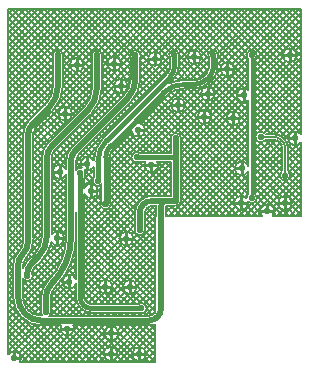
<source format=gbl>
G04 Layer_Physical_Order=2*
G04 Layer_Color=16711680*
%FSLAX24Y24*%
%MOIN*%
G70*
G01*
G75*
%ADD10C,0.0050*%
%ADD11C,0.0100*%
%ADD14C,0.0200*%
%ADD16C,0.0150*%
%ADD43C,0.0220*%
%ADD44C,0.0200*%
G36*
X2597Y6350D02*
X2596Y6348D01*
X2596Y6345D01*
X2595Y6317D01*
X2595Y6284D01*
X2445D01*
X2443Y6351D01*
X2597D01*
X2597Y6350D01*
D02*
G37*
G36*
X3180Y6312D02*
X3180Y6245D01*
X3027Y6252D01*
X3027Y6253D01*
X3028Y6256D01*
X3028Y6259D01*
X3029Y6271D01*
X3030Y6321D01*
X3180Y6312D01*
D02*
G37*
G36*
X4481Y1836D02*
X4480Y1837D01*
X4478Y1837D01*
X4475Y1837D01*
X4447Y1838D01*
X4414Y1838D01*
Y1988D01*
X4481Y1990D01*
Y1836D01*
D02*
G37*
G36*
X9375Y6510D02*
X9375Y6502D01*
X9377Y6493D01*
X9379Y6484D01*
X9383Y6474D01*
X9387Y6465D01*
X9393Y6455D01*
X9399Y6444D01*
X9415Y6423D01*
X9424Y6411D01*
X9270Y6425D01*
X9281Y6434D01*
X9290Y6443D01*
X9298Y6452D01*
X9305Y6461D01*
X9311Y6470D01*
X9316Y6479D01*
X9320Y6488D01*
X9323Y6497D01*
X9324Y6506D01*
X9325Y6515D01*
X9375Y6510D01*
D02*
G37*
G36*
X7027Y10270D02*
X7026Y10268D01*
X7026Y10265D01*
X7025Y10237D01*
X7025Y10204D01*
X6875D01*
X6873Y10271D01*
X7027D01*
X7027Y10270D01*
D02*
G37*
G36*
X5735Y10214D02*
X5585Y10195D01*
X5585Y10208D01*
X5581Y10263D01*
X5580Y10265D01*
X5734Y10279D01*
X5735Y10214D01*
D02*
G37*
G36*
X8619Y7697D02*
X8638Y7680D01*
X8648Y7674D01*
X8658Y7668D01*
X8667Y7663D01*
X8676Y7660D01*
X8685Y7657D01*
X8694Y7656D01*
X8703Y7655D01*
Y7605D01*
X8694Y7604D01*
X8685Y7603D01*
X8676Y7600D01*
X8667Y7597D01*
X8658Y7592D01*
X8648Y7586D01*
X8638Y7580D01*
X8629Y7572D01*
X8619Y7563D01*
X8609Y7553D01*
Y7707D01*
X8619Y7697D01*
D02*
G37*
D10*
X8405Y10350D02*
G03*
X8115Y10218I-175J0D01*
G01*
X8345D02*
G03*
X8405Y10350I-115J132D01*
G01*
X9735D02*
G03*
X9735Y10350I-235J0D01*
G01*
X7092Y10247D02*
G03*
X7125Y10350I-142J103D01*
G01*
D02*
G03*
X6807Y10249I-175J0D01*
G01*
X7655Y9880D02*
G03*
X7655Y9880I-235J0D01*
G01*
X6929Y9551D02*
G03*
X7090Y9940I-389J389D01*
G01*
X9885Y7711D02*
G03*
X9885Y7449I-195J-131D01*
G01*
X9440Y7250D02*
G03*
X8970Y7720I-470J0D01*
G01*
X9260Y7250D02*
G03*
X8970Y7540I-290J0D01*
G01*
X8649Y7758D02*
G03*
X8649Y7502I-119J-128D01*
G01*
X8115Y9205D02*
G03*
X8115Y8835I-145J-185D01*
G01*
X7005Y9070D02*
G03*
X7005Y9070I-235J0D01*
G01*
X7855Y8250D02*
G03*
X7855Y8250I-235J0D01*
G01*
X6885Y8290D02*
G03*
X6885Y8290I-235J0D01*
G01*
X6555Y10290D02*
G03*
X6555Y10290I-235J0D01*
G01*
X5825Y10350D02*
G03*
X5517Y10237I-175J0D01*
G01*
X5800Y10261D02*
G03*
X5825Y10350I-150J89D01*
G01*
X6731Y9749D02*
G03*
X6810Y9940I-191J191D01*
G01*
X5420Y9738D02*
G03*
X5520Y9980I-243J242D01*
G01*
X5618Y9540D02*
G03*
X5800Y9980I-441J440D01*
G01*
X4535Y10350D02*
G03*
X4195Y10292I-175J0D01*
G01*
X5245Y10230D02*
G03*
X5245Y10230I-235J0D01*
G01*
X4525Y10292D02*
G03*
X4535Y10350I-165J58D01*
G01*
X6344Y9530D02*
G03*
X6631Y9649I0J406D01*
G01*
X6344Y9250D02*
G03*
X6829Y9451I0J686D01*
G01*
X5994Y9530D02*
G03*
X5491Y9413I0J-1140D01*
G01*
X5994Y9250D02*
G03*
X5386Y8998I0J-860D01*
G01*
X6015Y8690D02*
G03*
X6015Y8690I-235J0D01*
G01*
X5873Y7526D02*
G03*
X5885Y7590I-163J64D01*
G01*
D02*
G03*
X5543Y7538I-175J0D01*
G01*
X4201Y8788D02*
G03*
X4525Y9570I-782J782D01*
G01*
X3968Y9021D02*
G03*
X4195Y9570I-549J549D01*
G01*
X4105Y9330D02*
G03*
X4105Y9330I-235J0D01*
G01*
X4685Y7870D02*
G03*
X4490Y8102I-235J0D01*
G01*
X4218Y7830D02*
G03*
X4685Y7870I232J40D01*
G01*
X9515Y6340D02*
G03*
X9478Y6447I-175J0D01*
G01*
X9223Y6470D02*
G03*
X9515Y6340I117J-130D01*
G01*
X8115Y6674D02*
G03*
X8115Y6484I-215J-95D01*
G01*
X5885Y6950D02*
G03*
X5873Y7014I-175J0D01*
G01*
Y6886D02*
G03*
X5885Y6950I-163J64D01*
G01*
X9575Y5420D02*
G03*
X9575Y5420I-235J0D01*
G01*
X8405Y5600D02*
G03*
X8345Y5732I-175J0D01*
G01*
X8115Y5430D02*
G03*
X8111Y5471I-235J0D01*
G01*
X8111Y5471D02*
G03*
X8405Y5600I119J129D01*
G01*
X8985Y5150D02*
G03*
X8569Y5000I-235J0D01*
G01*
X8931D02*
G03*
X8985Y5150I-181J150D01*
G01*
X8115Y5732D02*
G03*
X8056Y5586I115J-132D01*
G01*
X8056D02*
G03*
X8115Y5430I-176J-156D01*
G01*
X5883Y5505D02*
G03*
X5873Y5563I-175J0D01*
G01*
X5650Y5340D02*
G03*
X5883Y5505I58J165D01*
G01*
X5399Y5340D02*
G03*
X5375Y5300I21J-40D01*
G01*
X5125Y6690D02*
G03*
X5092Y6810I-235J0D01*
G01*
X4688D02*
G03*
X5125Y6690I202J-120D01*
G01*
X5047Y5340D02*
G03*
X5045Y5300I373J-40D01*
G01*
X4918Y5340D02*
G03*
X4668Y5090I0J-250D01*
G01*
X4678Y4523D02*
G03*
X4668Y4581I-175J0D01*
G01*
X4918Y5670D02*
G03*
X4338Y5090I0J-580D01*
G01*
X4505Y7090D02*
G03*
X4505Y6810I-105J-140D01*
G01*
X4338Y4581D02*
G03*
X4678Y4523I165J-58D01*
G01*
X4295Y4240D02*
G03*
X4295Y4240I-235J0D01*
G01*
X4810Y1675D02*
G03*
X5000Y1772I0J235D01*
G01*
X4810Y1345D02*
G03*
X5000Y1378I0J565D01*
G01*
X4457Y1772D02*
G03*
X4735Y1913I103J142D01*
G01*
D02*
G03*
X4459Y2056I-175J0D01*
G01*
X4715Y390D02*
G03*
X4715Y390I-235J0D01*
G01*
X4405Y2630D02*
G03*
X4405Y2630I-235J0D01*
G01*
X3235Y10292D02*
G03*
X3245Y10350I-165J58D01*
G01*
X3885Y10070D02*
G03*
X3885Y10070I-235J0D01*
G01*
X3245Y10350D02*
G03*
X2905Y10292I-175J0D01*
G01*
X2660Y8644D02*
G03*
X2905Y9234I-590J590D01*
G01*
X2894Y8410D02*
G03*
X3235Y9234I-824J824D01*
G01*
X2635Y10030D02*
G03*
X2635Y10030I-235J0D01*
G01*
X3629Y7241D02*
G03*
X3505Y6942I300J-299D01*
G01*
X3299Y7617D02*
G03*
X2966Y6853I806J-806D01*
G01*
X3535Y5380D02*
G03*
X3505Y5478I-175J0D01*
G01*
X2963Y6279D02*
G03*
X3225Y6048I137J-109D01*
G01*
X2966Y6853D02*
G03*
X2574Y6596I-206J-113D01*
G01*
X2468Y7055D02*
G03*
X2375Y6830I225J-225D01*
G01*
X2668Y6524D02*
G03*
X2965Y6625I92J216D01*
G01*
X3105Y5830D02*
G03*
X2660Y5935I-235J0D01*
G01*
Y5725D02*
G03*
X3105Y5830I210J105D01*
G01*
X2695Y6430D02*
G03*
X2668Y6524I-175J0D01*
G01*
X2662Y6327D02*
G03*
X2695Y6430I-142J103D01*
G01*
X2574Y6596D02*
G03*
X2375Y6528I-54J-166D01*
G01*
X1935Y10292D02*
G03*
X1945Y10350I-165J58D01*
G01*
D02*
G03*
X1605Y10292I-175J0D01*
G01*
X1360Y8721D02*
G03*
X1605Y9312I-590J590D01*
G01*
X1594Y8488D02*
G03*
X1935Y9312I-824J824D01*
G01*
X2255Y8400D02*
G03*
X2255Y8400I-235J0D01*
G01*
X793Y8154D02*
G03*
X625Y7748I406J-406D01*
G01*
X1027Y7921D02*
G03*
X955Y7748I173J-173D01*
G01*
X2235Y7288D02*
G03*
X2045Y6830I458J-458D01*
G01*
X1676Y7193D02*
G03*
X1575Y6948I246J-245D01*
G01*
X1443Y7427D02*
G03*
X1245Y6948I479J-479D01*
G01*
X1585Y6580D02*
G03*
X1575Y6638I-175J0D01*
G01*
X2045Y6565D02*
G03*
X2045Y6375I-215J-95D01*
G01*
X1575Y6522D02*
G03*
X1585Y6580I-165J58D01*
G01*
X1245Y6638D02*
G03*
X1245Y6522I165J-58D01*
G01*
X965Y6480D02*
G03*
X955Y6538I-175J0D01*
G01*
Y6422D02*
G03*
X965Y6480I-165J58D01*
G01*
X625Y6538D02*
G03*
X625Y6422I165J-58D01*
G01*
X3225Y5491D02*
G03*
X3535Y5380I135J-111D01*
G01*
X3595Y2640D02*
G03*
X3595Y2640I-235J0D01*
G01*
X2045Y5238D02*
G03*
X2045Y5122I165J-58D01*
G01*
X2380Y2893D02*
G03*
X2380Y2727I-220J-83D01*
G01*
X1687Y2623D02*
G03*
X2375Y4285I-1662J1662D01*
G01*
X1454Y2857D02*
G03*
X2045Y4284I-1429J1428D01*
G01*
X2660Y2280D02*
G03*
X2887Y2053I227J0D01*
G01*
X3795Y1080D02*
G03*
X3795Y1080I-235J0D01*
G01*
X3765Y400D02*
G03*
X3765Y400I-235J0D01*
G01*
X2380Y2280D02*
G03*
X2887Y1773I507J0D01*
G01*
X2315Y1240D02*
G03*
X2290Y1345I-235J0D01*
G01*
X1870D02*
G03*
X2315Y1240I210J-105D01*
G01*
X1985Y4250D02*
G03*
X1575Y4407I-235J0D01*
G01*
X965Y4260D02*
G03*
X955Y4318I-175J0D01*
G01*
Y4202D02*
G03*
X965Y4260I-165J58D01*
G01*
X1555Y4119D02*
G03*
X1985Y4250I195J131D01*
G01*
X1000Y3744D02*
G03*
X1245Y4334I-590J590D01*
G01*
X1234Y3510D02*
G03*
X1555Y4119I-824J824D01*
G01*
X625Y4318D02*
G03*
X625Y4202I165J-58D01*
G01*
X453Y3787D02*
G03*
X625Y4201I-414J414D01*
G01*
X687Y3553D02*
G03*
X955Y4201I-648J648D01*
G01*
X687Y3553D02*
G03*
X615Y3380I173J-173D01*
G01*
X753Y3497D02*
G03*
X615Y3267I394J-394D01*
G01*
X453Y3787D02*
G03*
X285Y3380I406J-406D01*
G01*
X1453Y2857D02*
G03*
X1205Y2257I600J-600D01*
G01*
X1687Y2623D02*
G03*
X1535Y2257I366J-366D01*
G01*
X925Y3097D02*
G03*
X922Y3130I-165J0D01*
G01*
X935Y3000D02*
G03*
X925Y3058I-175J0D01*
G01*
X987Y3263D02*
G03*
X922Y3130I161J-161D01*
G01*
X925Y3097D02*
G03*
X922Y3130I-165J0D01*
G01*
X615Y2902D02*
G03*
X935Y3000I145J98D01*
G01*
X1545Y1800D02*
G03*
X1535Y1858I-175J0D01*
G01*
X1492Y1675D02*
G03*
X1545Y1800I-122J125D01*
G01*
X615Y2280D02*
G03*
X1220Y1675I605J0D01*
G01*
X1205Y1858D02*
G03*
X1248Y1675I165J-58D01*
G01*
X285Y2280D02*
G03*
X1220Y1345I935J0D01*
G01*
X545Y250D02*
G03*
X115Y381I-235J0D01*
G01*
X502Y115D02*
G03*
X545Y250I-192J135D01*
G01*
X9350Y7250D02*
G03*
X8970Y7630I-380J0D01*
G01*
X9340Y6340D02*
G03*
X9350Y6350I0J10D01*
G01*
X9167Y11885D02*
X9885Y11167D01*
X9803Y11885D02*
X9885Y11803D01*
X8955Y11885D02*
X9885Y10955D01*
X8743Y11885D02*
X9885Y10743D01*
X8531Y11885D02*
X9885Y10531D01*
X9689Y10489D02*
X9885Y10685D01*
X9591Y11885D02*
X9885Y11591D01*
X9733Y10322D02*
X9885Y10473D01*
X9564Y10576D02*
X9885Y10898D01*
X8318Y11885D02*
X9885Y10318D01*
X9379Y11885D02*
X9885Y11379D01*
X8239Y10525D02*
X9600Y11885D01*
X8375Y10448D02*
X9812Y11885D01*
X8106D02*
X9420Y10571D01*
X7894Y11885D02*
X9302Y10477D01*
X8345Y9994D02*
X9885Y11534D01*
X8345Y10206D02*
X9885Y11746D01*
Y7711D02*
Y11885D01*
X8345Y9782D02*
X9885Y11322D01*
X8345Y9570D02*
X9885Y11110D01*
X9627Y10152D02*
X9885Y9894D01*
X9721Y10270D02*
X9885Y10106D01*
X9446Y10121D02*
X9885Y9682D01*
X8345Y10161D02*
X9885Y8621D01*
X8345Y8509D02*
X9885Y10049D01*
X8402Y10317D02*
X9885Y8834D01*
X8345Y9358D02*
X9274Y10286D01*
X8345Y8721D02*
X9885Y10261D01*
X8345Y8933D02*
X9528Y10117D01*
X8345Y9949D02*
X9885Y8409D01*
X8115Y9205D02*
Y10218D01*
X8345Y9145D02*
X9361Y10161D01*
X6834Y11885D02*
X8197Y10522D01*
X6621Y11885D02*
X8075Y10431D01*
X6553Y10323D02*
X8115Y11885D01*
X6480Y10462D02*
X7903Y11885D01*
X6409D02*
X8115Y10179D01*
X7682Y11885D02*
X9271Y10296D01*
X7098Y10444D02*
X8539Y11885D01*
X7405Y10115D02*
X9175Y11885D01*
X6966Y10524D02*
X8327Y11885D01*
X7091Y10225D02*
X8751Y11885D01*
X6330Y10525D02*
X7691Y11885D01*
X5808Y10426D02*
X7266Y11885D01*
X5800Y10207D02*
X7478Y11885D01*
X5561D02*
X6923Y10523D01*
X5239Y10282D02*
X6842Y11885D01*
X7091Y10203D02*
X7091Y10236D01*
X7123Y10323D02*
X7344Y10102D01*
X5690Y10520D02*
X7054Y11885D01*
X7470D02*
X9885Y9470D01*
X7566Y10064D02*
X9388Y11885D01*
X7258D02*
X9885Y9258D01*
X7090Y10012D02*
X8963Y11885D01*
X7046D02*
X9885Y9046D01*
X7005Y9078D02*
X8115Y10188D01*
X6197Y11885D02*
X8115Y9967D01*
X6664Y8525D02*
X8115Y9976D01*
X5985Y11885D02*
X8115Y9755D01*
X5773Y11885D02*
X8115Y9543D01*
X7649Y9934D02*
X8055Y10341D01*
X7090Y10144D02*
X7224Y10010D01*
X7090Y9940D02*
Y10197D01*
X7090Y9932D02*
X7190Y9831D01*
X8345Y8085D02*
X9885Y9625D01*
X8345Y9737D02*
X9885Y8197D01*
X8345Y9525D02*
X9885Y7985D01*
X8345Y8297D02*
X9885Y9837D01*
X8345Y8297D02*
X9885Y9837D01*
X8483Y7799D02*
X9885Y9200D01*
X9761Y7804D02*
X9885Y7928D01*
X8829Y7720D02*
X9885Y8776D01*
X8345Y7873D02*
X9885Y9413D01*
X8345Y9313D02*
X9885Y7773D01*
X8653Y7756D02*
X9885Y8988D01*
X8345Y9101D02*
X9637Y7809D01*
X9036Y7715D02*
X9885Y8564D01*
X8024Y9249D02*
X8115Y9340D01*
X8345Y8889D02*
X9507Y7727D01*
X8345Y8040D02*
X8591Y7794D01*
X8345Y7828D02*
X8413Y7760D01*
X8711Y7720D02*
X8970D01*
X8345Y8252D02*
X8877Y7720D01*
X8345Y8464D02*
X9111Y7698D01*
X9195Y7662D02*
X9885Y8352D01*
X9315Y7569D02*
X9885Y8140D01*
X9837Y7397D02*
X9885Y7349D01*
X9676Y7345D02*
X9885Y7136D01*
X9399Y7442D02*
X9466Y7509D01*
X9440Y7270D02*
X9556Y7387D01*
X8845Y7540D02*
X9260Y7125D01*
X8345Y8676D02*
X9455Y7566D01*
X8711Y7540D02*
X8970D01*
X9078Y7519D02*
X9239Y7358D01*
X8345Y7448D02*
X8405Y7508D01*
X8345Y7236D02*
X8568Y7459D01*
X7642Y9804D02*
X8115Y9331D01*
X7550Y9684D02*
X7979Y9255D01*
X7371Y9650D02*
X7820Y9201D01*
X6983Y9614D02*
X8115Y8482D01*
X8019Y8790D02*
X8115Y8694D01*
X7677Y8478D02*
X7985Y8785D01*
X7064Y9774D02*
X7185Y9895D01*
X7057Y9752D02*
X7740Y9069D01*
X6805Y9302D02*
X7236Y9734D01*
X6943Y9229D02*
X7366Y9651D01*
X6829Y9451D02*
X6929Y9551D01*
X6773Y9400D02*
X7703Y8470D01*
X6883Y8320D02*
X8115Y9552D01*
X6812Y8461D02*
X8115Y9764D01*
X6882Y9504D02*
X8115Y8270D01*
X6686Y8851D02*
X8115Y7422D01*
X6074Y9250D02*
X8115Y7209D01*
X7840Y8333D02*
X8115Y8058D01*
X7854Y8230D02*
X8115Y8491D01*
X7825Y8136D02*
X8115Y7846D01*
X7806Y8394D02*
X8115Y8703D01*
X7714Y8035D02*
X8115Y7634D01*
X6985Y8976D02*
X7506Y8455D01*
X6884Y8865D02*
X7405Y8344D01*
X5349Y11885D02*
X6798Y10436D01*
X5158Y10413D02*
X6630Y11885D01*
X4997Y10465D02*
X6418Y11885D01*
X5136D02*
X6808Y10213D01*
X6807Y10249D02*
X6809Y10202D01*
X6553Y10257D02*
X6810Y9999D01*
X5233Y10303D02*
X5520Y10017D01*
X5800Y10261D02*
X5801Y10215D01*
X5800Y10208D02*
Y10260D01*
Y9994D02*
X6085Y10280D01*
X5517Y10237D02*
X5519Y10206D01*
X5800Y9980D02*
Y10208D01*
X6184Y9530D02*
X6810Y10156D01*
Y9940D02*
Y10196D01*
X5972Y9530D02*
X6776Y10334D01*
X5825Y10348D02*
X6572Y9600D01*
X5800Y10161D02*
X6423Y9538D01*
X6480Y10118D02*
X6780Y9817D01*
X6631Y9649D02*
X6731Y9749D01*
X6330Y10055D02*
X6684Y9702D01*
X6400Y9534D02*
X6810Y9944D01*
X5748Y9730D02*
X6148Y10130D01*
X5520Y9980D02*
Y10185D01*
X5728Y9499D02*
X6287Y10057D01*
X5213Y10111D02*
X5488Y9836D01*
X5100Y10013D02*
X5397Y9715D01*
X5764Y9772D02*
X6007Y9530D01*
X5799Y9949D02*
X6219Y9530D01*
X4413Y10517D02*
X5781Y11885D01*
X4288D02*
X5648Y10525D01*
X4076Y11885D02*
X5508Y10453D01*
X3864Y11885D02*
X5517Y10232D01*
X3860Y10176D02*
X5569Y11885D01*
X4924D02*
X6287Y10523D01*
X4712Y11885D02*
X6148Y10450D01*
X4525Y10204D02*
X6206Y11885D01*
X4523Y10414D02*
X5993Y11885D01*
X4500D02*
X6085Y10300D01*
X3753Y10281D02*
X5357Y11885D01*
X3652D02*
X5083Y10453D01*
X3535Y10275D02*
X5145Y11885D01*
X4534Y10366D02*
X5291Y9609D01*
X4525Y10163D02*
X5185Y9503D01*
X4525Y9992D02*
X4775Y10243D01*
X4499Y9329D02*
X5480Y10310D01*
X4525Y9951D02*
X5079Y9397D01*
X4525Y9780D02*
X4827Y10082D01*
X4525Y9739D02*
X4973Y9291D01*
X4525Y9568D02*
X4958Y10001D01*
X4342Y8961D02*
X5520Y10139D01*
X4195Y9570D02*
Y10292D01*
X3859Y9963D02*
X4193Y10297D01*
X4525Y9570D02*
Y10292D01*
X3827Y10225D02*
X4195Y9857D01*
X3865Y9975D02*
X4195Y9644D01*
X3885Y9565D02*
X4195Y9874D01*
X3564Y9851D02*
X3851Y9564D01*
X3763Y9864D02*
X4185Y9443D01*
X6642Y9318D02*
X6676Y9285D01*
X6013Y8722D02*
X6584Y9293D01*
X6484Y9265D02*
X6565Y9184D01*
X5994Y9250D02*
X6344D01*
X6287D02*
X6551Y8986D01*
X5994Y9530D02*
X6344D01*
X5693Y9631D02*
X5809Y9515D01*
X5595Y9517D02*
X5639Y9473D01*
X5491Y9413D02*
X5617Y9539D01*
X5791Y8925D02*
X6116Y9250D01*
X5557Y9131D02*
X5764Y8924D01*
X5940Y8862D02*
X6328Y9250D01*
X5434Y9042D02*
X5617Y8859D01*
X5871Y9241D02*
X6594Y8518D01*
X6014Y8674D02*
X6416Y8272D01*
X5701Y9199D02*
X6465Y8435D01*
X5691Y7764D02*
X6762Y8835D01*
X5873Y7310D02*
X6620Y8057D01*
X5843Y7704D02*
X6415Y8276D01*
X5873Y7522D02*
X6479Y8128D01*
X5326Y8938D02*
X5547Y8717D01*
X4902Y8514D02*
X5658Y7757D01*
X4524Y9527D02*
X4867Y9185D01*
X4501Y9339D02*
X4761Y9079D01*
X4032Y9500D02*
X4195Y9662D01*
X4452Y9175D02*
X4655Y8973D01*
X4385Y9031D02*
X4549Y8867D01*
X4301Y8902D02*
X4443Y8761D01*
X4202Y8789D02*
X4336Y8654D01*
X4096Y8683D02*
X4230Y8548D01*
X4103Y9358D02*
X4184Y9439D01*
X4104Y9311D02*
X4138Y9277D01*
X4038Y9165D02*
X4064Y9139D01*
X3895Y9096D02*
X3969Y9022D01*
X4649Y7995D02*
X5899Y9245D01*
X4532Y8090D02*
X5592Y9150D01*
X4678Y7811D02*
X5545Y8679D01*
X4490Y8102D02*
X5386Y8998D01*
X4415Y7124D02*
X5748Y8457D01*
X4796Y8408D02*
X5548Y7655D01*
X4689Y8301D02*
X5543Y7448D01*
X4583Y8195D02*
X5543Y7236D01*
X3990Y8577D02*
X4124Y8442D01*
X3884Y8471D02*
X4018Y8336D01*
X3778Y8365D02*
X3912Y8230D01*
X3672Y8258D02*
X3806Y8124D01*
X3566Y8152D02*
X3700Y8018D01*
X3629Y7241D02*
X4218Y7830D01*
X3947Y7559D02*
X4382Y7124D01*
X9418Y7391D02*
X9885Y6924D01*
X9440Y7058D02*
X9730Y7348D01*
X9440Y6846D02*
X9885Y7291D01*
X8661Y7512D02*
X9260Y6913D01*
X8504Y7457D02*
X9260Y6701D01*
X9440Y6945D02*
X9885Y6500D01*
X9440Y6634D02*
X9885Y7079D01*
X9473Y6455D02*
X9885Y6867D01*
X9440Y7157D02*
X9885Y6712D01*
X9440Y6519D02*
Y7250D01*
X8345Y6600D02*
X9187Y7442D01*
X8345Y6812D02*
X9059Y7526D01*
X8345Y7404D02*
X9250Y6498D01*
X8345Y7024D02*
X8861Y7540D01*
X8115Y6674D02*
Y8835D01*
X8066Y6745D02*
X8115Y6794D01*
X7922Y6813D02*
X8115Y7006D01*
X9260Y6524D02*
Y7250D01*
X9440Y6733D02*
X9885Y6288D01*
X8345Y6176D02*
X9260Y7091D01*
X9885Y5000D02*
Y7449D01*
X8345Y6979D02*
X9885Y5439D01*
X8345Y6767D02*
X9885Y5227D01*
X9501Y6270D02*
X9885Y6655D01*
X9440Y6521D02*
X9885Y6076D01*
X8817Y5375D02*
X9885Y6443D01*
X8345Y6388D02*
X9256Y7299D01*
X8345Y7192D02*
X9167Y6369D01*
X8345Y5732D02*
Y10218D01*
Y5963D02*
X9260Y6878D01*
X8345Y5751D02*
X9260Y6666D01*
X8345Y6555D02*
X9259Y5641D01*
X8115Y5732D02*
Y6484D01*
X5873Y6886D02*
X7824Y8836D01*
X5873Y7098D02*
X7741Y8966D01*
X5949Y8527D02*
X7732Y6744D01*
X5807Y8457D02*
X7666Y6598D01*
X5873Y6037D02*
X8115Y8279D01*
X6878Y8234D02*
X8115Y6997D01*
X6632Y8056D02*
X7875Y6813D01*
X6795Y8105D02*
X8115Y6785D01*
X5873Y6461D02*
X7476Y8064D01*
X5873Y6249D02*
X7640Y8016D01*
X4805Y7090D02*
X6611Y8897D01*
X5543Y7090D02*
Y7538D01*
X5873Y6673D02*
X7392Y8193D01*
X4593Y7090D02*
X6538Y9035D01*
X3505Y6427D02*
X5608Y8530D01*
X5873Y7014D02*
Y7526D01*
X4505Y7090D02*
X5543D01*
X5015Y6491D02*
X5543Y5963D01*
X5873Y5825D02*
X8115Y8067D01*
X5220Y8832D02*
X8115Y5937D01*
X5873Y5825D02*
X8115Y8067D01*
X5114Y8726D02*
X8111Y5728D01*
X5008Y8620D02*
X7989Y5638D01*
X5873Y5613D02*
X8115Y7855D01*
X5878Y6901D02*
X7779Y5000D01*
X5897D02*
X8115Y7218D01*
X5472Y5000D02*
X8115Y7643D01*
X5685Y5000D02*
X8115Y7430D01*
X5877Y7538D02*
X7775Y5640D01*
X5873Y7330D02*
X7669Y5534D01*
X5873Y7118D02*
X7674Y5317D01*
X5543Y5670D02*
Y6810D01*
X5873Y5563D02*
Y6886D01*
Y6694D02*
X7567Y5000D01*
X6109D02*
X7666Y6557D01*
X4832Y6462D02*
X5543Y5751D01*
X5873Y6482D02*
X7355Y5000D01*
X9477Y5611D02*
X9885Y6018D01*
X9493Y6255D02*
X9885Y5864D01*
X9565Y5487D02*
X9885Y5806D01*
X9307Y5653D02*
X9885Y6231D01*
X9369Y6167D02*
X9885Y5652D01*
X8405Y5599D02*
X9166Y6360D01*
X8345Y6343D02*
X9142Y5546D01*
X8396Y5656D02*
X8678Y5374D01*
X8345Y6131D02*
X9112Y5364D01*
X8941Y5287D02*
X9107Y5453D01*
X8358Y5481D02*
X8556Y5283D01*
X9503Y5000D02*
X9885Y5382D01*
X9561Y5339D02*
X9885Y5015D01*
X9291Y5000D02*
X9885Y5594D01*
X8230Y5000D02*
X9410Y6179D01*
X8345Y5919D02*
X9264Y5000D01*
X9466Y5222D02*
X9688Y5000D01*
X9284Y5192D02*
X9476Y5000D01*
X9715D02*
X9885Y5170D01*
X8931Y5000D02*
X9885D01*
X9079D02*
X9273Y5195D01*
X8983Y5116D02*
X9149Y5283D01*
X8200Y5428D02*
X8519Y5109D01*
X8090Y5325D02*
X8415Y5000D01*
X8974Y5078D02*
X9052Y5000D01*
X8442D02*
X8525Y5083D01*
X8008Y5627D02*
X8115Y5733D01*
X8065Y6411D02*
X8115Y6361D01*
X7919Y6345D02*
X8115Y6149D01*
X7829Y5659D02*
X8115Y5946D01*
X5506Y5670D02*
X5543Y5707D01*
X5375Y5670D02*
X5543D01*
X5082D02*
X5543Y6131D01*
X4868Y5668D02*
X5543Y6343D01*
X7594Y5000D02*
X7802Y5208D01*
X5399Y5340D02*
X5650D01*
X5375Y5115D02*
X5600Y5340D01*
X6957Y5000D02*
X8115Y6158D01*
X6745Y5000D02*
X8115Y6370D01*
X8018Y5000D02*
X9226Y6208D01*
X6321Y5000D02*
X7734Y6413D01*
X6533Y5000D02*
X7878Y6345D01*
X7806Y5000D02*
X8231Y5425D01*
X7767Y5224D02*
X7991Y5000D01*
X7984Y5219D02*
X8203Y5000D01*
X5375D02*
X8569D01*
X7382D02*
X7683Y5302D01*
X5873Y5845D02*
X6718Y5000D01*
X5873Y5633D02*
X6506Y5000D01*
X7169D02*
X7651Y5481D01*
X5873Y6269D02*
X7142Y5000D01*
X5873Y6057D02*
X6930Y5000D01*
X5747Y5335D02*
X6082Y5000D01*
X5865Y5429D02*
X6294Y5000D01*
X5375Y5282D02*
X5658Y5000D01*
X5530Y5340D02*
X5870Y5000D01*
X5229Y7090D02*
X5543Y7404D01*
X5441Y7090D02*
X5543Y7192D01*
X5092Y6810D02*
X5543D01*
X4685Y7882D02*
X5477Y7090D01*
X5017D02*
X5536Y7609D01*
X5294Y5670D02*
X5543Y5919D01*
X5332Y6810D02*
X5543Y6599D01*
X5120Y6810D02*
X5543Y6387D01*
X5110Y6608D02*
X5543Y6175D01*
X5114Y6762D02*
X5161Y6810D01*
X4633Y7722D02*
X5265Y7090D01*
X4918Y5670D02*
X5375D01*
X4918Y5340D02*
X5047D01*
X5045Y5000D02*
Y5300D01*
X4894Y5339D02*
X5045Y5188D01*
X5375Y5000D02*
Y5300D01*
X4748Y5273D02*
X5021Y5000D01*
X4668Y4831D02*
X5045Y5209D01*
X5375Y5070D02*
X5445Y5000D01*
X5000D02*
X5045D01*
X4672Y5137D02*
X5000Y4809D01*
X4672Y5137D02*
X5000Y4809D01*
X4668Y4717D02*
X5000Y4385D01*
X4668Y5044D02*
X4964Y5340D01*
X5000Y1772D02*
Y5000D01*
X4668Y4619D02*
X5000Y4952D01*
X4668Y4581D02*
Y5090D01*
X4676Y4497D02*
X5000Y4173D01*
X4668Y4619D02*
X5000Y4952D01*
X4668Y4929D02*
X5000Y4597D01*
X4502Y7641D02*
X5052Y7090D01*
X4159Y7771D02*
X4840Y7090D01*
X3735Y7347D02*
X5412Y5670D01*
X3542Y7115D02*
X4987Y5670D01*
X3629Y7241D02*
X5200Y5670D01*
X4505Y6810D02*
X4688D01*
X4492Y6801D02*
X4662Y6632D01*
X3505Y6728D02*
X4636Y5597D01*
X3534Y5395D02*
X4696Y6557D01*
X4053Y7665D02*
X4628Y7090D01*
X3841Y7453D02*
X4251Y7042D01*
X3532Y7090D02*
X4230Y7788D01*
X3505Y5880D02*
X4338Y5047D01*
X4096Y4472D02*
X4338Y4714D01*
Y4581D02*
Y5090D01*
X4234Y4398D02*
X4330Y4494D01*
X3505Y5668D02*
X4338Y4835D01*
X3526Y5434D02*
X4338Y4623D01*
X4295Y4241D02*
X5000Y3536D01*
X4590Y4371D02*
X5000Y3960D01*
X4238Y4086D02*
X5000Y3324D01*
X3507Y2823D02*
X5000Y4315D01*
X3589Y2692D02*
X5000Y4103D01*
X4333Y2800D02*
X5000Y3467D01*
X4185Y2864D02*
X5000Y3679D01*
X4403Y2658D02*
X5000Y3255D01*
X4103Y4009D02*
X5000Y3112D01*
X4011Y2053D02*
X5000Y3043D01*
X4295Y4247D02*
X4418Y4369D01*
X4295Y4247D02*
X4418Y4369D01*
X4437Y2055D02*
X5000Y2618D01*
X4654Y2061D02*
X5000Y2406D01*
X4404Y2647D02*
X5000Y2051D01*
X4223Y2053D02*
X5000Y2831D01*
X4355Y2485D02*
X5000Y1839D01*
X4956Y1726D02*
X4994Y1764D01*
X4734Y1928D02*
X5000Y2194D01*
X4693Y1675D02*
X5000Y1982D01*
X4734Y1893D02*
X4923Y1704D01*
X4225Y2402D02*
X4540Y2087D01*
X4412Y2055D02*
X4459Y2056D01*
X4481Y1675D02*
X4545Y1739D01*
X4431Y1772D02*
X4528Y1675D01*
X4651Y1764D02*
X4740Y1675D01*
X4413Y1772D02*
X4446Y1772D01*
X4269Y1675D02*
X4367Y1773D01*
X4646Y1345D02*
X5000Y991D01*
X4856Y1347D02*
X5000Y1203D01*
X4491Y625D02*
X5000Y1133D01*
X4433Y1345D02*
X5000Y778D01*
X4221Y1345D02*
X5000Y566D01*
X4711Y431D02*
X5000Y142D01*
X4713Y422D02*
X5000Y709D01*
X4830Y115D02*
X5000Y285D01*
X4640Y562D02*
X5000Y921D01*
X4618Y115D02*
X5000Y497D01*
Y115D02*
Y1378D01*
X4552Y166D02*
X4603Y115D01*
X4673Y257D02*
X4815Y115D01*
X4406D02*
X4448Y157D01*
X3593Y2610D02*
X4149Y2053D01*
X4057Y1675D02*
X4155Y1773D01*
X4005D02*
X4103Y1675D01*
X4217Y1773D02*
X4316Y1675D01*
X3587Y2053D02*
X4000Y2467D01*
X3799Y2053D02*
X4142Y2397D01*
X3793Y1773D02*
X3891Y1675D01*
X3632D02*
X3731Y1773D01*
X3844Y1675D02*
X3943Y1773D01*
X3521Y2469D02*
X3937Y2053D01*
X3581Y1773D02*
X3679Y1675D01*
X3670Y1288D02*
X3727Y1345D01*
X3773Y1179D02*
X3939Y1345D01*
X3585D02*
X3624Y1306D01*
X4009Y1345D02*
X5000Y354D01*
X3797Y1345D02*
X4521Y621D01*
X3769Y115D02*
X5000Y1346D01*
X3739Y508D02*
X4575Y1345D01*
X3743Y301D02*
X4787Y1345D01*
X3786Y1144D02*
X4347Y583D01*
X3760Y957D02*
X4256Y462D01*
X4194Y115D02*
X4308Y230D01*
X3630Y612D02*
X4363Y1345D01*
X3645Y861D02*
X4391Y115D01*
X3756Y950D02*
X4151Y1345D01*
X3754Y328D02*
X3966Y115D01*
X3982D02*
X4245Y379D01*
X3557Y115D02*
X3629Y187D01*
X3663Y206D02*
X3754Y115D01*
X3015Y11885D02*
X4376Y10524D01*
X2803Y11885D02*
X4226Y10462D01*
X2591Y11885D02*
X4195Y10281D01*
X2586Y10174D02*
X4296Y11885D01*
X2379D02*
X4195Y10069D01*
X3439Y11885D02*
X4891Y10433D01*
X3237Y10402D02*
X4721Y11885D01*
X3235Y10187D02*
X4933Y11885D01*
X3136Y10512D02*
X4509Y11885D01*
X3227D02*
X4793Y10320D01*
X3241Y10386D02*
X3444Y10183D01*
X2457Y10258D02*
X4084Y11885D01*
X3235Y10180D02*
X3431Y9984D01*
X3235Y9975D02*
X3445Y10185D01*
X2634Y10011D02*
X2905Y10281D01*
X3235Y9763D02*
X3439Y9967D01*
X3235Y9339D02*
X3757Y9861D01*
X3235Y9756D02*
X3636Y9355D01*
X3299Y7617D02*
X5420Y9738D01*
X3235Y9968D02*
X3705Y9498D01*
X3229Y9121D02*
X4195Y10087D01*
X3235Y9544D02*
X3863Y8916D01*
X3235Y9332D02*
X3757Y8810D01*
X3230Y9125D02*
X3651Y8704D01*
X3169Y8849D02*
X3635Y9315D01*
X2468Y7055D02*
X4201Y8788D01*
X3235Y9551D02*
X3544Y9860D01*
X3235Y9234D02*
Y10292D01*
X2905Y9234D02*
Y10292D01*
X2620Y9947D02*
X2905Y9662D01*
X2524Y9830D02*
X2905Y9450D01*
X3198Y8944D02*
X3545Y8598D01*
X3145Y8785D02*
X3438Y8492D01*
X1854Y10503D02*
X3236Y11885D01*
X1742D02*
X3106Y10521D01*
X1942Y10380D02*
X3448Y11885D01*
X1530D02*
X2944Y10471D01*
X1106Y11885D02*
X2905Y10086D01*
X2167Y11885D02*
X3805Y10247D01*
X1954Y11885D02*
X3555Y10285D01*
X1935Y10160D02*
X3660Y11885D01*
X115D02*
X9885D01*
X1935Y9948D02*
X3872Y11885D01*
X894D02*
X2905Y9874D01*
X1318Y11885D02*
X2902Y10301D01*
X115Y9613D02*
X2387Y11885D01*
X115Y9401D02*
X2599Y11885D01*
X1935Y9311D02*
X2419Y9796D01*
X1911Y9075D02*
X2905Y10069D01*
X2340Y9803D02*
X2905Y9237D01*
X2375Y6782D02*
X5515Y9922D01*
X115Y8976D02*
X3024Y11885D01*
X1781Y8734D02*
X2905Y9857D01*
X2235Y7288D02*
X3968Y9021D01*
X2095Y8623D02*
X2905Y9433D01*
X1594Y7061D02*
X3700Y9168D01*
X955Y7695D02*
X2905Y9645D01*
X1575Y6830D02*
X3842Y9097D01*
X1935Y9783D02*
X2830Y8888D01*
X1935Y9571D02*
X2753Y8753D01*
X1935Y9359D02*
X2655Y8639D01*
X115Y9189D02*
X2811Y11885D01*
X1935Y9995D02*
X2884Y9047D01*
X2215Y8531D02*
X2905Y9221D01*
X2250Y8354D02*
X2860Y8964D01*
X1925Y9157D02*
X2549Y8533D01*
X1887Y8982D02*
X2443Y8426D01*
X3460Y8046D02*
X3594Y7912D01*
X3354Y7940D02*
X3488Y7806D01*
X3248Y7834D02*
X3382Y7700D01*
X3074Y8644D02*
X3332Y8386D01*
X3141Y7728D02*
X3276Y7593D01*
X3505Y6639D02*
X4509Y7642D01*
X3505Y6851D02*
X4325Y7671D01*
X3505Y6215D02*
X4226Y6935D01*
X2988Y8518D02*
X3226Y8280D01*
X3035Y7622D02*
X3180Y7477D01*
X2929Y7516D02*
X3099Y7347D01*
X2889Y8405D02*
X3120Y8174D01*
X2823Y7410D02*
X3033Y7200D01*
X2925Y6907D02*
X2974Y6957D01*
X2965Y6329D02*
Y6625D01*
X2963Y6279D02*
X2964Y6322D01*
X2858Y6526D02*
X2965Y6420D01*
X2925Y6059D02*
X2949Y6082D01*
X3505Y5790D02*
X4525Y6810D01*
X3505Y6002D02*
X4305Y6803D01*
X3505Y5578D02*
X4659Y6732D01*
X3505Y6940D02*
X4790Y5656D01*
X3505Y5478D02*
Y6942D01*
Y6516D02*
X4514Y5507D01*
X3505Y6304D02*
X4420Y5389D01*
X3505Y6304D02*
X4420Y5389D01*
X3165Y6008D02*
X3225Y5948D01*
X3103Y5857D02*
X3225Y5735D01*
X3104Y5814D02*
X3225Y5935D01*
Y5491D02*
Y6048D01*
X3059Y5690D02*
X3225Y5523D01*
X2933Y5604D02*
X3188Y5348D01*
X2783Y8299D02*
X3014Y8068D01*
X2676Y8193D02*
X2908Y7961D01*
X2717Y7304D02*
X2987Y7034D01*
X2570Y8087D02*
X2802Y7855D01*
X1677Y7193D02*
X2894Y8410D01*
X2780Y6974D02*
X3051Y7246D01*
X2611Y7198D02*
X2853Y6956D01*
X2611Y7198D02*
X2853Y6956D01*
X2464Y7981D02*
X2696Y7749D01*
X2358Y7875D02*
X2590Y7643D01*
X2505Y7092D02*
X2649Y6947D01*
X2252Y7769D02*
X2484Y7537D01*
X1443Y7427D02*
X2660Y8644D01*
X2410Y6975D02*
X2546Y6838D01*
X2375Y6798D02*
X2568Y6605D01*
X2692Y6462D02*
X2736Y6506D01*
X2685Y6487D02*
X2938Y6235D01*
X2660Y6218D02*
X2965Y6523D01*
X2660Y6006D02*
X2964Y6309D01*
X2661Y6299D02*
X2897Y6063D01*
X2660Y5370D02*
X2886Y5596D01*
X2375Y6569D02*
X2526Y6720D01*
X2375Y6585D02*
X2402Y6559D01*
X2661Y6283D02*
X2661Y6316D01*
X2660Y5935D02*
Y6277D01*
Y6088D02*
X2730Y6019D01*
X2660Y5582D02*
X2724Y5646D01*
X1935Y10207D02*
X2173Y9970D01*
X1935Y9736D02*
X2172Y9973D01*
X1935Y9524D02*
X2256Y9844D01*
X682Y11885D02*
X2317Y10250D01*
X1927Y10428D02*
X2200Y10154D01*
X2255Y8403D02*
X2337Y8320D01*
X1830Y8828D02*
X2023Y8635D01*
X1935Y9312D02*
Y10292D01*
X470Y11885D02*
X1848Y10507D01*
X257Y11885D02*
X1658Y10484D01*
X1755Y8690D02*
X1867Y8578D01*
X1605Y9312D02*
Y10292D01*
X1666Y8567D02*
X1789Y8444D01*
X1563Y8458D02*
X2019Y8002D01*
X1457Y8352D02*
X1913Y7896D01*
X1457Y8352D02*
X1913Y7896D01*
X2198Y8247D02*
X2231Y8214D01*
X2064Y8169D02*
X2125Y8108D01*
X1351Y8245D02*
X1807Y7790D01*
X955Y7271D02*
X1889Y8205D01*
X955Y7059D02*
X2066Y8170D01*
X1245Y8139D02*
X1701Y7684D01*
X1027Y7921D02*
X1594Y8488D01*
X955Y7483D02*
X1797Y8325D01*
X793Y8154D02*
X1360Y8721D01*
X1139Y8033D02*
X1595Y7578D01*
X1033Y7927D02*
X1489Y7472D01*
X959Y7790D02*
X1386Y7362D01*
X115Y11603D02*
X1605Y10113D01*
X115Y11815D02*
X1596Y10335D01*
X115Y9825D02*
X2175Y11885D01*
X115Y10249D02*
X1751Y11885D01*
X115Y10037D02*
X1963Y11885D01*
X115Y10967D02*
X1605Y9477D01*
X115Y10755D02*
X1604Y9266D01*
X115Y8764D02*
X1605Y10254D01*
X115Y11391D02*
X1605Y9901D01*
X115Y11179D02*
X1605Y9689D01*
X115Y11098D02*
X902Y11885D01*
X115Y11734D02*
X266Y11885D01*
X115Y10461D02*
X1539Y11885D01*
X115Y10886D02*
X1114Y11885D01*
X115Y10673D02*
X1327Y11885D01*
X115Y10543D02*
X1573Y9084D01*
X115Y10330D02*
X1514Y8932D01*
X115Y10118D02*
X1431Y8802D01*
X115Y11522D02*
X478Y11885D01*
X115Y11310D02*
X690Y11885D01*
X115Y9694D02*
X1224Y8585D01*
X115Y9694D02*
X1224Y8585D01*
X115Y8340D02*
X1605Y9830D01*
X115Y9906D02*
X1330Y8691D01*
X115Y8552D02*
X1605Y10042D01*
X115Y7916D02*
X1605Y9406D01*
X115Y7704D02*
X1595Y9184D01*
X115Y7491D02*
X1448Y8825D01*
X115Y9482D02*
X1118Y8479D01*
X115Y8128D02*
X1605Y9618D01*
X115Y8845D02*
X800Y8161D01*
X115Y8633D02*
X706Y8042D01*
X115Y8421D02*
X644Y7893D01*
X115Y9270D02*
X1012Y8373D01*
X115Y9058D02*
X906Y8267D01*
X115Y7279D02*
X627Y7791D01*
X115Y7785D02*
X625Y7275D01*
X115Y8209D02*
X625Y7699D01*
X115Y7997D02*
X625Y7487D01*
X2146Y7663D02*
X2378Y7431D01*
X2146Y7663D02*
X2378Y7431D01*
X2040Y7557D02*
X2272Y7325D01*
X1934Y7451D02*
X2171Y7214D01*
X1828Y7345D02*
X2094Y7078D01*
X1871Y6701D02*
X2047Y6878D01*
X2375Y6528D02*
Y6830D01*
X1722Y7239D02*
X2050Y6910D01*
X1580Y6623D02*
X2171Y7214D01*
X1575Y6961D02*
X1831Y6705D01*
X1623Y7125D02*
X2045Y6703D01*
X1245Y6638D02*
Y6948D01*
X2006Y6625D02*
X2045Y6664D01*
X1575Y6638D02*
Y6948D01*
X2045Y6565D02*
Y6830D01*
X1575Y6749D02*
X1676Y6648D01*
X2008Y6316D02*
X2045Y6279D01*
X1575Y6325D02*
X2045Y5855D01*
X1575Y5769D02*
X2045Y6239D01*
X1873Y6239D02*
X2045Y6067D01*
X1575Y6113D02*
X2045Y5643D01*
X1575Y5557D02*
X2045Y6027D01*
X1575Y5901D02*
X2045Y5431D01*
X955Y6423D02*
X1245Y6712D01*
X962Y6514D02*
X1245Y6231D01*
X1575Y6406D02*
X1599Y6429D01*
X1575Y6194D02*
X1675Y6294D01*
X955Y5998D02*
X1245Y6288D01*
X1575Y5982D02*
X1828Y6235D01*
X955Y7369D02*
X1256Y7068D01*
X955Y7157D02*
X1245Y6867D01*
X955Y6847D02*
X1285Y7176D01*
X955Y7581D02*
X1306Y7230D01*
X955Y6538D02*
Y7748D01*
Y6733D02*
X1245Y6443D01*
X955Y6945D02*
X1245Y6655D01*
X955Y6634D02*
X1245Y6924D01*
X115Y7573D02*
X625Y7063D01*
X115Y7067D02*
X625Y7577D01*
Y6538D02*
Y7748D01*
X115Y6855D02*
X625Y7365D01*
X115Y7361D02*
X625Y6851D01*
X115Y6431D02*
X625Y6941D01*
X115Y6936D02*
X623Y6429D01*
X115Y6643D02*
X625Y7153D01*
X115Y7148D02*
X625Y6638D01*
X955Y6308D02*
X1245Y6018D01*
X955Y6210D02*
X1245Y6500D01*
X955Y6096D02*
X1245Y5806D01*
X115Y6512D02*
X625Y6002D01*
X955Y5672D02*
X1245Y5382D01*
X955Y5574D02*
X1245Y5864D01*
X955Y5362D02*
X1245Y5652D01*
X955Y5786D02*
X1245Y6076D01*
X955Y5884D02*
X1245Y5594D01*
X115Y5794D02*
X625Y6304D01*
X115Y6007D02*
X617Y6509D01*
X115Y6300D02*
X625Y5790D01*
X115Y6219D02*
X625Y6729D01*
X115Y6724D02*
X625Y6214D01*
X115Y5370D02*
X625Y5880D01*
X115Y5876D02*
X625Y5366D01*
X115Y5582D02*
X625Y6092D01*
X115Y6088D02*
X625Y5578D01*
X2660Y4309D02*
X4818Y6466D01*
X3505Y6092D02*
X4357Y5240D01*
X2660Y3672D02*
X5543Y6556D01*
X2660Y4097D02*
X5373Y6810D01*
X2660Y3885D02*
X5543Y6768D01*
X2660Y5240D02*
X5000Y2900D01*
X3488Y5260D02*
X5000Y3748D01*
X3347Y2875D02*
X5000Y4528D01*
X2660Y3460D02*
X4340Y5140D01*
X2660Y3248D02*
X4338Y4926D01*
X2660Y5157D02*
X3225Y5722D01*
X2660Y5664D02*
X3906Y4418D01*
X2660Y4945D02*
X3225Y5510D01*
X2660Y5452D02*
X3829Y4283D01*
X2660Y4521D02*
X3345Y5206D01*
X2660Y4733D02*
X3213Y5286D01*
X3328Y5208D02*
X4061Y4475D01*
X2660Y3036D02*
X3828Y4204D01*
X2380Y2893D02*
Y5138D01*
X2660Y2400D02*
X5000Y4740D01*
X2660Y4391D02*
X4187Y2864D01*
X2660Y4603D02*
X5000Y2263D01*
X2660Y5028D02*
X5000Y2688D01*
X2660Y4816D02*
X5000Y2476D01*
X2660Y2612D02*
X4053Y4005D01*
X2660Y4179D02*
X4025Y2815D01*
X3162Y2053D02*
X5000Y3891D01*
X2660Y2612D02*
X4053Y4005D01*
X2660Y3755D02*
X4361Y2053D01*
X2660Y3543D02*
X3330Y2873D01*
X2660Y3331D02*
X3189Y2801D01*
X2660Y3967D02*
X3942Y2685D01*
X2660Y2824D02*
X3902Y4066D01*
X2660Y2280D02*
Y5725D01*
Y3118D02*
X3125Y2653D01*
X2660Y2906D02*
X3513Y2053D01*
X2045Y5238D02*
Y6375D01*
X1575Y5345D02*
X2045Y5815D01*
X1575Y5133D02*
X2045Y5603D01*
X1575Y5476D02*
X2045Y5006D01*
X1575Y4921D02*
X2045Y5391D01*
X2359Y4007D02*
X2380Y4029D01*
X2375Y4287D02*
Y5122D01*
X2337Y3865D02*
X2380Y3823D01*
X1575Y5264D02*
X2045Y4794D01*
X1575Y5688D02*
X2040Y5223D01*
X1575Y4709D02*
X2035Y5169D01*
X2045Y4285D02*
Y5122D01*
X1575Y5052D02*
X2045Y4582D01*
X1575Y4497D02*
X2045Y4967D01*
X1984Y4269D02*
X2045Y4330D01*
X1917Y4415D02*
X2045Y4542D01*
X1983Y4220D02*
X2041Y4162D01*
X1774Y4484D02*
X2045Y4755D01*
X1575Y4840D02*
X2045Y4370D01*
X2299Y3692D02*
X2380Y3611D01*
X2313Y3750D02*
X2380Y3817D01*
X2250Y3529D02*
X2380Y3398D01*
X2219Y3444D02*
X2380Y3605D01*
X2002Y3014D02*
X2380Y3392D01*
X2233Y3033D02*
X2380Y3180D01*
X2192Y3375D02*
X2380Y3186D01*
X2125Y3230D02*
X2380Y2974D01*
X1782Y2724D02*
X2418Y2088D01*
X2050Y3092D02*
X2104Y3038D01*
X935Y3008D02*
X2037Y4111D01*
X2354Y2942D02*
X2380Y2968D01*
Y2280D02*
Y2727D01*
X3374Y2053D02*
X3936Y2615D01*
X2950Y2053D02*
X3308Y2411D01*
X3373Y2405D02*
X3725Y2053D01*
X3420Y1675D02*
X3519Y1773D01*
X3369D02*
X3467Y1675D01*
X2887Y2053D02*
X4406D01*
X2887Y1773D02*
X4407D01*
X2770Y2086D02*
X3177Y2492D01*
X2674Y2202D02*
X3125Y2653D01*
X2660Y2694D02*
X3301Y2053D01*
X2660Y2482D02*
X3089Y2053D01*
X3156Y1773D02*
X3255Y1675D01*
X2694Y1811D02*
X2831Y1675D01*
X3208D02*
X3307Y1773D01*
X2660Y2270D02*
X2876Y2054D01*
X2572Y1675D02*
X2704Y1807D01*
X3464Y1294D02*
X3514Y1345D01*
X3405Y599D02*
X3690Y884D01*
X2949Y1345D02*
X4179Y115D01*
X3488Y169D02*
X3542Y115D01*
X2709D02*
X3461Y867D01*
X3373Y1345D02*
X3437Y1280D01*
X2996Y1675D02*
X3094Y1773D01*
X3161Y1345D02*
X3341Y1165D01*
X2784Y1675D02*
X2882Y1773D01*
X2944Y1773D02*
X3043Y1675D01*
X3133Y115D02*
X3318Y300D01*
X3345Y115D02*
X3422Y191D01*
X2736Y1345D02*
X3458Y624D01*
X2921Y115D02*
X3331Y525D01*
X2305Y2625D02*
X2380Y2550D01*
X1935Y1675D02*
X2400Y2140D01*
X1591Y2491D02*
X2406Y1675D01*
X1679Y2615D02*
X2619Y1675D01*
X2290Y1345D02*
X4810D01*
X2360Y1675D02*
X2569Y1885D01*
X2312Y1203D02*
X2454Y1345D01*
X1492Y1675D02*
X4810D01*
X2147D02*
X2468Y1995D01*
X1723Y1675D02*
X2380Y2332D01*
X2142Y2576D02*
X2380Y2338D01*
X1723Y1675D02*
X2380Y2332D01*
X1535Y1911D02*
X2203Y2579D01*
X1511Y1675D02*
X2380Y2544D01*
X1540Y2329D02*
X2194Y1675D01*
X2524Y1345D02*
X3336Y533D01*
X2312Y1345D02*
X3299Y358D01*
X2284Y115D02*
X3346Y1176D01*
X1860Y115D02*
X3090Y1345D01*
X2072Y115D02*
X3302Y1345D01*
X2296Y1149D02*
X3330Y115D01*
X2197Y1036D02*
X3118Y115D01*
X2497D02*
X3352Y970D01*
X502Y115D02*
X5000D01*
X2003Y1018D02*
X2906Y115D01*
X1464Y1345D02*
X2694Y115D01*
X1436D02*
X2666Y1345D01*
X1648Y115D02*
X2878Y1345D01*
X115Y2057D02*
X2057Y115D01*
X1017Y1367D02*
X2269Y115D01*
X1224D02*
X2117Y1008D01*
X1251Y1345D02*
X2481Y115D01*
X955Y4937D02*
X1245Y5227D01*
X955Y5460D02*
X1245Y5170D01*
X1575Y4407D02*
Y6522D01*
X955Y5036D02*
X1245Y4746D01*
X955Y4725D02*
X1245Y5015D01*
X955Y4823D02*
X1245Y4533D01*
X1575Y4628D02*
X1720Y4483D01*
X1245Y4334D02*
Y6522D01*
X955Y5149D02*
X1245Y5439D01*
X955Y4318D02*
Y6422D01*
Y5248D02*
X1245Y4958D01*
X955Y4513D02*
X1245Y4803D01*
X959Y4305D02*
X1245Y4591D01*
X955Y4611D02*
X1245Y4321D01*
X955Y4399D02*
X1221Y4134D01*
X1911Y4079D02*
X2020Y3970D01*
X1535Y4031D02*
X1936Y3630D01*
X1314Y3599D02*
X1731Y4016D01*
X1763Y4015D02*
X1984Y3794D01*
X1480Y3874D02*
X1877Y3478D01*
X1408Y3734D02*
X1807Y3335D01*
X1321Y3609D02*
X1729Y3201D01*
X1221Y3497D02*
X1643Y3075D01*
X1535Y4033D02*
X1585Y4083D01*
X947Y4081D02*
X1245Y4379D01*
X955Y4187D02*
X1165Y3977D01*
X987Y3263D02*
X1234Y3510D01*
X1115Y3391D02*
X1548Y2958D01*
X932Y3998D02*
X1086Y3844D01*
X880Y3838D02*
X987Y3731D01*
X115Y5663D02*
X625Y5153D01*
X115Y5158D02*
X625Y5668D01*
Y4318D02*
Y6422D01*
X115Y4946D02*
X625Y5456D01*
X115Y5451D02*
X625Y4941D01*
X115Y5027D02*
X625Y4517D01*
X115Y4522D02*
X625Y5032D01*
X846Y3768D02*
X1223Y4145D01*
X115Y4734D02*
X625Y5244D01*
X115Y5239D02*
X625Y4729D01*
X115Y4097D02*
X625Y4607D01*
X115Y4603D02*
X616Y4101D01*
X115Y3885D02*
X625Y4395D01*
X115Y4309D02*
X625Y4819D01*
X115Y4815D02*
X622Y4308D01*
X115Y4391D02*
X564Y3941D01*
X115Y4179D02*
X479Y3814D01*
X806Y3700D02*
X881Y3625D01*
X753Y3497D02*
X1000Y3744D01*
X115Y3673D02*
X625Y4183D01*
X615Y2476D02*
X2000Y3861D01*
X713Y3581D02*
X775Y3518D01*
X627Y3455D02*
X678Y3403D01*
X615Y2264D02*
X1910Y3559D01*
X115Y3966D02*
X382Y3700D01*
X115Y381D02*
Y11885D01*
Y3754D02*
X313Y3557D01*
X115Y3461D02*
X519Y3865D01*
X615Y3267D02*
Y3380D01*
X285Y2280D02*
Y3380D01*
X115Y3542D02*
X285Y3372D01*
X115Y3249D02*
X286Y3420D01*
X1008Y3285D02*
X1445Y2848D01*
X926Y3155D02*
X1350Y2731D01*
X926Y2944D02*
X1275Y2594D01*
X648Y2084D02*
X1654Y3091D01*
X1542Y2342D02*
X1937Y2737D01*
X1878Y2840D02*
X1926Y2792D01*
X1535Y2123D02*
X2028Y2616D01*
X821Y2836D02*
X1224Y2434D01*
X925Y3058D02*
Y3097D01*
X615Y2830D02*
X1205Y2240D01*
X615Y2688D02*
X752Y2825D01*
X615Y2618D02*
X1205Y2028D01*
X615Y2280D02*
Y2902D01*
X1535Y2122D02*
X1982Y1675D01*
X1535Y1858D02*
Y2257D01*
Y1910D02*
X1770Y1675D01*
X1220Y1345D02*
X1870D01*
X1521Y1712D02*
X1558Y1675D01*
X1676Y1345D02*
X1858Y1163D01*
X800Y115D02*
X1855Y1171D01*
X1012Y115D02*
X1945Y1048D01*
X718Y1943D02*
X1228Y2452D01*
X1205Y1858D02*
Y2257D01*
X817Y1829D02*
X1205Y2218D01*
X615Y2406D02*
X1197Y1824D01*
X1099Y1687D02*
X1196Y1784D01*
X942Y1743D02*
X1205Y2005D01*
X622Y2186D02*
X1126Y1682D01*
X615Y3325D02*
X656Y3366D01*
X115Y1976D02*
X293Y2154D01*
X115Y3118D02*
X285Y2948D01*
X115Y2269D02*
X307Y2077D01*
X115Y1128D02*
X583Y1596D01*
X115Y1340D02*
X482Y1706D01*
X115Y915D02*
X702Y1502D01*
X115Y1764D02*
X334Y1982D01*
X115Y1552D02*
X398Y1835D01*
X115Y2906D02*
X285Y2736D01*
X115Y2825D02*
X285Y2995D01*
X115Y2612D02*
X285Y2782D01*
X115Y3330D02*
X285Y3160D01*
X115Y3037D02*
X285Y3207D01*
X115Y2481D02*
X285Y2311D01*
X115Y2188D02*
X285Y2358D01*
X115Y2694D02*
X285Y2524D01*
X115Y2400D02*
X285Y2570D01*
X543Y282D02*
X1605Y1345D01*
X321Y485D02*
X1182Y1346D01*
X115Y1421D02*
X1421Y115D01*
X115Y1845D02*
X1845Y115D01*
X115Y1633D02*
X1633Y115D01*
X470Y422D02*
X1393Y1345D01*
X470Y422D02*
X1393Y1345D01*
X587Y115D02*
X1817Y1345D01*
X115Y1209D02*
X1209Y115D01*
X115Y997D02*
X997Y115D01*
X115Y572D02*
X220Y467D01*
X115Y784D02*
X784Y115D01*
X115Y703D02*
X838Y1426D01*
X115Y491D02*
X996Y1372D01*
X527Y160D02*
X572Y115D01*
X9350Y6350D02*
Y7250D01*
X8530Y7630D02*
X8970D01*
D11*
X9500Y10350D02*
Y10560D01*
X9290Y10350D02*
X9500D01*
X9710D01*
X9500Y10140D02*
Y10350D01*
X7420Y9880D02*
Y10090D01*
Y9880D02*
X7630D01*
X7420Y9670D02*
Y9880D01*
X9690Y7370D02*
Y7580D01*
Y7790D01*
X9480Y7580D02*
X9690D01*
X7970Y8810D02*
Y9020D01*
Y9230D01*
X7760Y9020D02*
X7970D01*
X7210Y9880D02*
X7420D01*
X6770Y9070D02*
X6980D01*
X7620Y8250D02*
Y8460D01*
Y8250D02*
X7830D01*
X7620Y8040D02*
Y8250D01*
X6650Y8290D02*
X6860D01*
X7410Y8250D02*
X7620D01*
X6320Y10290D02*
Y10500D01*
X6110Y10290D02*
X6320D01*
X6530D01*
X6320Y10080D02*
Y10290D01*
X5010Y10230D02*
Y10440D01*
X4800Y10230D02*
X5010D01*
X5220D01*
X3650Y10070D02*
X3860D01*
X3650D02*
Y10280D01*
X5010Y10020D02*
Y10230D01*
X3650Y9860D02*
Y10070D01*
X6770Y9070D02*
Y9280D01*
X6560Y9070D02*
X6770D01*
Y8860D02*
Y9070D01*
X6650Y8290D02*
Y8500D01*
Y8080D02*
Y8290D01*
X6440D02*
X6650D01*
X5780Y8690D02*
X5990D01*
X5780D02*
Y8900D01*
Y8480D02*
Y8690D01*
X5570D02*
X5780D01*
X3870Y9330D02*
Y9540D01*
Y9330D02*
X4080D01*
X3660D02*
X3870D01*
Y9120D02*
Y9330D01*
X4450Y7870D02*
X4660D01*
X4450Y7660D02*
Y7870D01*
X7690Y6579D02*
X7900D01*
Y6789D01*
Y6369D02*
Y6579D01*
X9340Y5420D02*
X9550D01*
X9340D02*
Y5630D01*
Y5210D02*
Y5420D01*
X9130D02*
X9340D01*
X8540Y5150D02*
X8750D01*
Y5360D01*
Y5150D02*
X8960D01*
X7880Y5430D02*
X8090D01*
X7880D02*
Y5640D01*
Y5220D02*
Y5430D01*
X7670D02*
X7880D01*
X4680Y6690D02*
X4890D01*
X5100D01*
X4890Y6480D02*
Y6690D01*
X4060Y4240D02*
Y4450D01*
Y4240D02*
X4270D01*
X4170Y2630D02*
Y2840D01*
X3850Y4240D02*
X4060D01*
Y4030D02*
Y4240D01*
X4480Y390D02*
X4690D01*
X4480D02*
Y600D01*
X4270Y390D02*
X4480D01*
Y180D02*
Y390D01*
X4170Y2630D02*
X4380D01*
X4170Y2420D02*
Y2630D01*
X3960D02*
X4170D01*
X3560Y1080D02*
Y1290D01*
Y1080D02*
X3770D01*
X3560Y870D02*
Y1080D01*
X3530Y400D02*
Y610D01*
Y400D02*
X3740D01*
X3440Y10070D02*
X3650D01*
X2400Y10030D02*
X2610D01*
X2400D02*
Y10240D01*
Y9820D02*
Y10030D01*
X2190D02*
X2400D01*
X2870Y5830D02*
Y6040D01*
Y5830D02*
X3080D01*
X2870Y5620D02*
Y5830D01*
X2550Y6740D02*
X2760D01*
Y6950D01*
Y6530D02*
Y6740D01*
X2020Y8400D02*
X2230D01*
X2020D02*
Y8610D01*
X1810Y8400D02*
X2020D01*
Y8190D02*
Y8400D01*
X1830Y6260D02*
Y6470D01*
X1620D02*
X1830D01*
Y6680D01*
X3360Y2640D02*
Y2850D01*
X2160Y2810D02*
Y3020D01*
X1950Y2810D02*
X2160D01*
Y2600D02*
Y2810D01*
X3360Y2640D02*
X3570D01*
X3360Y2430D02*
Y2640D01*
X3150D02*
X3360D01*
X3350Y1080D02*
X3560D01*
X3530Y190D02*
Y400D01*
X3320D02*
X3530D01*
X2080Y1240D02*
X2290D01*
X1870D02*
X2080D01*
Y1030D02*
Y1240D01*
X1750Y4250D02*
Y4460D01*
Y4250D02*
X1960D01*
X1750Y4040D02*
Y4250D01*
X310Y250D02*
Y460D01*
Y250D02*
X520D01*
X8230Y5600D02*
Y10350D01*
D14*
X870Y3380D02*
G03*
X755Y3102I278J-278D01*
G01*
X2777Y8527D02*
G03*
X3070Y9234I-707J707D01*
G01*
X1560Y7310D02*
G03*
X1410Y6948I362J-362D01*
G01*
X1477Y8605D02*
G03*
X1770Y9312I-707J707D01*
G01*
X910Y8037D02*
G03*
X790Y7748I290J-290D01*
G01*
X2351Y7171D02*
G03*
X2210Y6830I341J-341D01*
G01*
X4084Y8904D02*
G03*
X4360Y9570I-666J666D01*
G01*
X570Y3670D02*
G03*
X790Y4201I-531J531D01*
G01*
X570Y3670D02*
G03*
X450Y3380I290J-290D01*
G01*
X1117Y3627D02*
G03*
X1410Y4334I-707J707D01*
G01*
X450Y2280D02*
G03*
X1220Y1510I770J0D01*
G01*
X1570Y2740D02*
G03*
X2210Y4285I-1545J1545D01*
G01*
X1570Y2740D02*
G03*
X1370Y2257I483J-483D01*
G01*
X4810Y1510D02*
G03*
X5210Y1910I0J400D01*
G01*
X5375Y5505D02*
G03*
X5210Y5300I45J-205D01*
G01*
X4918Y5505D02*
G03*
X4503Y5090I0J-415D01*
G01*
X5708Y6950D02*
Y7590D01*
Y5505D02*
Y6950D01*
X1370Y1800D02*
Y2257D01*
X755Y3102D02*
X760Y3097D01*
Y3000D02*
Y3097D01*
X1560Y7310D02*
X2777Y8527D01*
X1560Y7310D02*
X1560Y7310D01*
X1410Y6580D02*
Y6948D01*
X910Y8037D02*
X1477Y8605D01*
X790Y6480D02*
Y7748D01*
X1770Y9312D02*
Y10350D01*
X2351Y7171D02*
X4084Y8904D01*
X2210Y5180D02*
Y6830D01*
X450Y2280D02*
Y3380D01*
X790Y4201D02*
Y4260D01*
X870Y3380D02*
X1117Y3627D01*
X1220Y1510D02*
X4810D01*
X5210Y1910D02*
Y4610D01*
X5375Y5505D02*
X5708D01*
X4918D02*
X5375D01*
X4503Y4523D02*
Y5090D01*
X5210Y4610D02*
Y5300D01*
X4360Y9570D02*
Y10350D01*
X3070Y9234D02*
Y10350D01*
X1410Y4334D02*
Y6580D01*
X790Y4260D02*
Y6480D01*
X2210Y4285D02*
Y5180D01*
D16*
X5660Y10326D02*
G03*
X5650Y10350I-34J0D01*
G01*
X3398Y7518D02*
G03*
X3105Y6811I707J-707D01*
G01*
X5519Y9639D02*
G03*
X5660Y9980I-341J341D01*
G01*
X6830Y9650D02*
G03*
X6950Y9940I-290J290D01*
G01*
X6344Y9390D02*
G03*
X6730Y9550I0J546D01*
G01*
X5994Y9390D02*
G03*
X5287Y9097I0J-1000D01*
G01*
X3530Y7340D02*
G03*
X3365Y6942I398J-398D01*
G01*
X2520Y2280D02*
G03*
X2887Y1913I367J0D01*
G01*
X5708Y6950D02*
X5710D01*
X4400D02*
X5708D01*
X3360Y5380D02*
X3365Y5385D01*
Y6942D01*
X5660Y9980D02*
Y10326D01*
X3398Y7518D02*
X5519Y9639D01*
X3105Y6170D02*
Y6811D01*
X6730Y9550D02*
X6830Y9650D01*
X5994Y9390D02*
X6344D01*
X3530Y7340D02*
X5287Y9097D01*
X6950Y9940D02*
Y10350D01*
X2520Y2280D02*
Y6430D01*
X2887Y1913D02*
X4560D01*
D43*
X5710Y6950D02*
D03*
Y7590D02*
D03*
X4450Y7870D02*
D03*
X2160Y2810D02*
D03*
X3560Y1080D02*
D03*
X3530Y400D02*
D03*
X310Y250D02*
D03*
X9690Y7580D02*
D03*
X7900Y6579D02*
D03*
X760Y3000D02*
D03*
X4060Y4240D02*
D03*
X3360Y2640D02*
D03*
X4170Y2630D02*
D03*
X2870Y5830D02*
D03*
X2760Y6740D02*
D03*
X3100Y6170D02*
D03*
X1410Y6580D02*
D03*
X4890Y6690D02*
D03*
X4400Y6950D02*
D03*
X5708Y5505D02*
D03*
X8530Y7630D02*
D03*
X9340Y6340D02*
D03*
X7880Y5430D02*
D03*
X4480Y390D02*
D03*
X8750Y5150D02*
D03*
X5210Y4610D02*
D03*
X790Y4260D02*
D03*
X1750Y4250D02*
D03*
X2080Y1240D02*
D03*
X1830Y6470D02*
D03*
X2020Y8400D02*
D03*
X2400Y10030D02*
D03*
X3870Y9330D02*
D03*
X3650Y10070D02*
D03*
X5010Y10230D02*
D03*
X6320Y10290D02*
D03*
X7420Y9880D02*
D03*
X5780Y8690D02*
D03*
X6770Y9070D02*
D03*
X7970Y9020D02*
D03*
X6650Y8290D02*
D03*
X7620Y8250D02*
D03*
X9340Y5420D02*
D03*
X790Y6480D02*
D03*
X4560Y1913D02*
D03*
X9500Y10350D02*
D03*
X8230D02*
D03*
X6950D02*
D03*
X5650D02*
D03*
X4360D02*
D03*
X3070D02*
D03*
X1770D02*
D03*
X2210Y5180D02*
D03*
X1370Y1800D02*
D03*
X3360Y5380D02*
D03*
X2520Y6430D02*
D03*
X4503Y4523D02*
D03*
X8230Y5600D02*
D03*
D44*
X1560Y7310D02*
D03*
M02*

</source>
